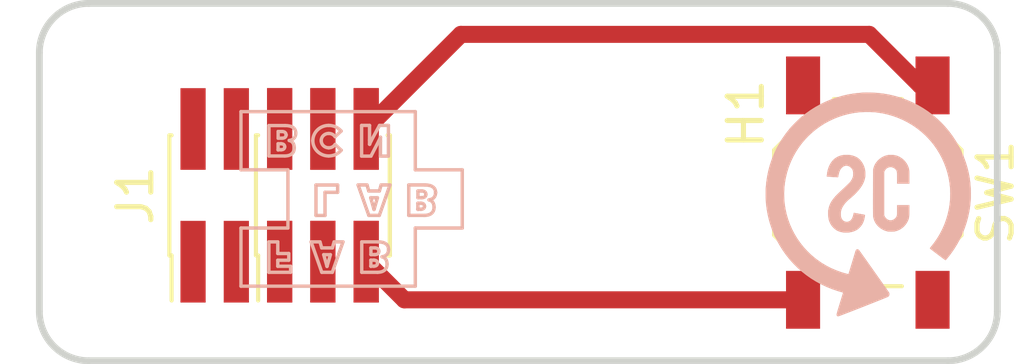
<source format=kicad_pcb>
(kicad_pcb (version 20171130) (host pcbnew "(5.1.10-1-10_14)")

  (general
    (thickness 1.6)
    (drawings 12)
    (tracks 6)
    (zones 0)
    (modules 6)
    (nets 3)
  )

  (page A4)
  (layers
    (0 F.Cu signal)
    (31 B.Cu signal)
    (32 B.Adhes user)
    (33 F.Adhes user)
    (34 B.Paste user)
    (35 F.Paste user hide)
    (36 B.SilkS user)
    (37 F.SilkS user)
    (38 B.Mask user)
    (39 F.Mask user hide)
    (40 Dwgs.User user)
    (41 Cmts.User user hide)
    (42 Eco1.User user)
    (43 Eco2.User user)
    (44 Edge.Cuts user)
    (45 Margin user)
    (46 B.CrtYd user hide)
    (47 F.CrtYd user hide)
    (48 B.Fab user hide)
    (49 F.Fab user hide)
  )

  (setup
    (last_trace_width 0.5)
    (trace_clearance 0.4)
    (zone_clearance 0.508)
    (zone_45_only no)
    (trace_min 0.2)
    (via_size 0.8)
    (via_drill 0.4)
    (via_min_size 0.4)
    (via_min_drill 0.3)
    (uvia_size 0.3)
    (uvia_drill 0.1)
    (uvias_allowed no)
    (uvia_min_size 0.2)
    (uvia_min_drill 0.1)
    (edge_width 0.05)
    (segment_width 0.2)
    (pcb_text_width 0.3)
    (pcb_text_size 1.5 1.5)
    (mod_edge_width 0.12)
    (mod_text_size 1 1)
    (mod_text_width 0.15)
    (pad_size 3.2 3.2)
    (pad_drill 3.2)
    (pad_to_mask_clearance 0.051)
    (solder_mask_min_width 0.25)
    (aux_axis_origin 0 0)
    (visible_elements FFFFFF7F)
    (pcbplotparams
      (layerselection 0x010fc_ffffffff)
      (usegerberextensions false)
      (usegerberattributes false)
      (usegerberadvancedattributes false)
      (creategerberjobfile false)
      (excludeedgelayer true)
      (linewidth 0.150000)
      (plotframeref false)
      (viasonmask false)
      (mode 1)
      (useauxorigin false)
      (hpglpennumber 1)
      (hpglpenspeed 20)
      (hpglpendiameter 15.000000)
      (psnegative false)
      (psa4output false)
      (plotreference true)
      (plotvalue true)
      (plotinvisibletext false)
      (padsonsilk false)
      (subtractmaskfromsilk false)
      (outputformat 1)
      (mirror false)
      (drillshape 0)
      (scaleselection 1)
      (outputdirectory "exports"))
  )

  (net 0 "")
  (net 1 "Net-(J1-Pad10)")
  (net 2 "Net-(J1-Pad9)")

  (net_class Default "This is the default net class."
    (clearance 0.4)
    (trace_width 0.5)
    (via_dia 0.8)
    (via_drill 0.4)
    (uvia_dia 0.3)
    (uvia_drill 0.1)
    (add_net "Net-(J1-Pad1)")
    (add_net "Net-(J1-Pad10)")
    (add_net "Net-(J1-Pad2)")
    (add_net "Net-(J1-Pad3)")
    (add_net "Net-(J1-Pad4)")
    (add_net "Net-(J1-Pad5)")
    (add_net "Net-(J1-Pad6)")
    (add_net "Net-(J1-Pad7)")
    (add_net "Net-(J1-Pad8)")
    (add_net "Net-(J1-Pad9)")
    (add_net "Net-(J2-Pad1)")
    (add_net "Net-(J2-Pad2)")
    (add_net "Net-(J2-Pad3)")
    (add_net "Net-(J2-Pad4)")
  )

  (module logos:smartcitizen (layer B.Cu) (tedit 0) (tstamp 61B8879C)
    (at 164.52 107.1)
    (path /61B891A1)
    (fp_text reference U2 (at 0 0) (layer B.SilkS) hide
      (effects (font (size 1.524 1.524) (thickness 0.3)) (justify mirror))
    )
    (fp_text value sc (at 0.75 0) (layer B.SilkS) hide
      (effects (font (size 1.524 1.524) (thickness 0.3)) (justify mirror))
    )
    (fp_poly (pts (xy -1.043464 3.260296) (xy -1.042292 3.260179) (xy -1.03467 3.258031) (xy -1.018255 3.252363)
      (xy -0.993684 3.243427) (xy -0.961597 3.231473) (xy -0.922632 3.216754) (xy -0.877427 3.199519)
      (xy -0.826621 3.180021) (xy -0.770852 3.158511) (xy -0.710759 3.13524) (xy -0.64698 3.110459)
      (xy -0.580155 3.084419) (xy -0.51092 3.057372) (xy -0.439915 3.029569) (xy -0.367779 3.001261)
      (xy -0.295149 2.9727) (xy -0.222665 2.944136) (xy -0.150965 2.915822) (xy -0.080686 2.888007)
      (xy -0.012469 2.860944) (xy 0.053049 2.834884) (xy 0.115229 2.810077) (xy 0.173433 2.786776)
      (xy 0.227023 2.765231) (xy 0.275359 2.745694) (xy 0.317803 2.728416) (xy 0.353716 2.713647)
      (xy 0.382461 2.701641) (xy 0.403399 2.692647) (xy 0.415891 2.686917) (xy 0.419094 2.685129)
      (xy 0.436992 2.665485) (xy 0.448292 2.640472) (xy 0.452418 2.612905) (xy 0.448792 2.585598)
      (xy 0.4426 2.570405) (xy 0.438534 2.564129) (xy 0.429002 2.550142) (xy 0.414401 2.529008)
      (xy 0.395131 2.501293) (xy 0.371591 2.467562) (xy 0.34418 2.42838) (xy 0.313295 2.384312)
      (xy 0.279337 2.335924) (xy 0.242704 2.283781) (xy 0.203794 2.228448) (xy 0.163007 2.17049)
      (xy 0.12074 2.110472) (xy 0.077394 2.048959) (xy 0.033367 1.986517) (xy -0.010943 1.923711)
      (xy -0.055136 1.861107) (xy -0.098815 1.799268) (xy -0.141579 1.738761) (xy -0.183031 1.68015)
      (xy -0.222772 1.624002) (xy -0.260402 1.57088) (xy -0.295523 1.52135) (xy -0.327736 1.475978)
      (xy -0.356643 1.435329) (xy -0.381844 1.399967) (xy -0.402941 1.370458) (xy -0.419535 1.347368)
      (xy -0.431227 1.33126) (xy -0.437619 1.322702) (xy -0.438536 1.321588) (xy -0.456939 1.306435)
      (xy -0.477196 1.297251) (xy -0.489577 1.2954) (xy -0.503488 1.299866) (xy -0.517861 1.311627)
      (xy -0.530293 1.328234) (xy -0.537516 1.344265) (xy -0.540022 1.352406) (xy -0.545205 1.36942)
      (xy -0.552807 1.394451) (xy -0.562569 1.426647) (xy -0.574232 1.465151) (xy -0.587538 1.50911)
      (xy -0.602228 1.557671) (xy -0.618043 1.609977) (xy -0.634724 1.665176) (xy -0.643486 1.69418)
      (xy -0.660355 1.74996) (xy -0.676386 1.802848) (xy -0.691336 1.852046) (xy -0.704961 1.896756)
      (xy -0.717015 1.93618) (xy -0.727255 1.969518) (xy -0.735437 1.995975) (xy -0.741315 2.01475)
      (xy -0.744646 2.025046) (xy -0.74531 2.026813) (xy -0.751258 2.026903) (xy -0.765496 2.0243)
      (xy -0.786627 2.019382) (xy -0.813259 2.012531) (xy -0.843996 2.004128) (xy -0.877443 1.994553)
      (xy -0.912206 1.984187) (xy -0.94689 1.97341) (xy -0.9779 1.963337) (xy -1.126235 1.908794)
      (xy -1.269201 1.845654) (xy -1.407087 1.773762) (xy -1.540178 1.692962) (xy -1.668763 1.603096)
      (xy -1.734659 1.552158) (xy -1.852291 1.451687) (xy -1.962946 1.344063) (xy -2.06632 1.229759)
      (xy -2.162107 1.109247) (xy -2.250004 0.982998) (xy -2.329705 0.851485) (xy -2.400906 0.715179)
      (xy -2.463303 0.574553) (xy -2.516589 0.430078) (xy -2.560462 0.282226) (xy -2.564465 0.2667)
      (xy -2.598174 0.113772) (xy -2.621792 -0.039886) (xy -2.635336 -0.193958) (xy -2.63882 -0.348126)
      (xy -2.63226 -0.502072) (xy -2.615672 -0.65548) (xy -2.589071 -0.808033) (xy -2.552473 -0.959414)
      (xy -2.505893 -1.109304) (xy -2.495796 -1.13792) (xy -2.438557 -1.282315) (xy -2.372697 -1.421654)
      (xy -2.298564 -1.555657) (xy -2.216506 -1.68404) (xy -2.126872 -1.806521) (xy -2.030009 -1.922819)
      (xy -1.926266 -2.032652) (xy -1.815991 -2.135736) (xy -1.699531 -2.231791) (xy -1.577236 -2.320534)
      (xy -1.449453 -2.401683) (xy -1.31653 -2.474955) (xy -1.178815 -2.54007) (xy -1.036657 -2.596744)
      (xy -0.890403 -2.644696) (xy -0.740402 -2.683643) (xy -0.587002 -2.713304) (xy -0.54356 -2.719896)
      (xy -0.403659 -2.735516) (xy -0.260651 -2.74312) (xy -0.117097 -2.742686) (xy 0.024443 -2.734196)
      (xy 0.10922 -2.724985) (xy 0.263491 -2.700112) (xy 0.416114 -2.665375) (xy 0.566421 -2.621018)
      (xy 0.713746 -2.56729) (xy 0.857424 -2.504436) (xy 0.996789 -2.432705) (xy 1.131174 -2.352342)
      (xy 1.152753 -2.338315) (xy 1.275675 -2.251818) (xy 1.393516 -2.157517) (xy 1.505308 -2.056315)
      (xy 1.610082 -1.949118) (xy 1.706869 -1.836831) (xy 1.753327 -1.777254) (xy 1.843629 -1.649076)
      (xy 1.925056 -1.516502) (xy 1.997493 -1.379959) (xy 2.060823 -1.239877) (xy 2.11493 -1.096683)
      (xy 2.1597 -0.950804) (xy 2.195017 -0.802668) (xy 2.220765 -0.652704) (xy 2.236828 -0.501339)
      (xy 2.243091 -0.349002) (xy 2.239438 -0.196119) (xy 2.225753 -0.043119) (xy 2.224551 -0.033471)
      (xy 2.199956 0.120478) (xy 2.165585 0.272185) (xy 2.121657 0.421149) (xy 2.068389 0.566872)
      (xy 2.006 0.708854) (xy 1.934709 0.846597) (xy 1.854734 0.979599) (xy 1.766293 1.107363)
      (xy 1.674772 1.223265) (xy 1.660073 1.241592) (xy 1.649507 1.256488) (xy 1.64407 1.266453)
      (xy 1.643888 1.269729) (xy 1.651795 1.276436) (xy 1.666487 1.288174) (xy 1.687075 1.304275)
      (xy 1.712673 1.324068) (xy 1.742392 1.346883) (xy 1.775344 1.37205) (xy 1.810643 1.3989)
      (xy 1.8474 1.426761) (xy 1.884728 1.454965) (xy 1.921738 1.482841) (xy 1.957543 1.509719)
      (xy 1.991256 1.53493) (xy 2.021989 1.557803) (xy 2.048854 1.577668) (xy 2.070963 1.593856)
      (xy 2.087428 1.605697) (xy 2.097363 1.612519) (xy 2.099981 1.613947) (xy 2.106051 1.609043)
      (xy 2.117335 1.597183) (xy 2.132896 1.579496) (xy 2.151794 1.557113) (xy 2.173092 1.531162)
      (xy 2.195851 1.502773) (xy 2.219132 1.473075) (xy 2.241997 1.443197) (xy 2.243371 1.441376)
      (xy 2.343576 1.300094) (xy 2.435173 1.153664) (xy 2.517982 1.00252) (xy 2.59182 0.847095)
      (xy 2.656507 0.687823) (xy 2.711861 0.525138) (xy 2.757701 0.359473) (xy 2.793844 0.191261)
      (xy 2.811681 0.083313) (xy 2.822257 0.004411) (xy 2.830251 -0.070941) (xy 2.835877 -0.145844)
      (xy 2.83935 -0.223399) (xy 2.840884 -0.306707) (xy 2.841004 -0.34036) (xy 2.837251 -0.498393)
      (xy 2.8258 -0.651238) (xy 2.806365 -0.800659) (xy 2.778659 -0.948416) (xy 2.742396 -1.096274)
      (xy 2.697288 -1.245995) (xy 2.690165 -1.26746) (xy 2.630049 -1.430905) (xy 2.561124 -1.589503)
      (xy 2.483653 -1.742974) (xy 2.397899 -1.891042) (xy 2.304127 -2.033429) (xy 2.2026 -2.169856)
      (xy 2.093582 -2.300047) (xy 1.977338 -2.423724) (xy 1.85413 -2.540609) (xy 1.724223 -2.650424)
      (xy 1.587881 -2.752892) (xy 1.445367 -2.847735) (xy 1.296946 -2.934675) (xy 1.142881 -3.013435)
      (xy 0.983436 -3.083736) (xy 0.9525 -3.096137) (xy 0.791613 -3.154625) (xy 0.629556 -3.203501)
      (xy 0.465363 -3.24299) (xy 0.298066 -3.273314) (xy 0.126699 -3.294697) (xy 0.07366 -3.299459)
      (xy 0.047884 -3.301118) (xy 0.014476 -3.302584) (xy -0.024867 -3.303839) (xy -0.068444 -3.304866)
      (xy -0.114556 -3.30565) (xy -0.161503 -3.306173) (xy -0.207587 -3.306419) (xy -0.251107 -3.306371)
      (xy -0.290364 -3.306013) (xy -0.323658 -3.305327) (xy -0.349291 -3.304297) (xy -0.35814 -3.303695)
      (xy -0.453635 -3.295037) (xy -0.541103 -3.285384) (xy -0.622658 -3.2744) (xy -0.700413 -3.261749)
      (xy -0.776479 -3.247098) (xy -0.852971 -3.23011) (xy -0.90932 -3.216287) (xy -1.079763 -3.167791)
      (xy -1.246203 -3.109981) (xy -1.408426 -3.042967) (xy -1.566218 -2.966859) (xy -1.719362 -2.881768)
      (xy -1.867643 -2.787804) (xy -2.010847 -2.685078) (xy -2.12852 -2.590868) (xy -2.159006 -2.564291)
      (xy -2.194485 -2.531796) (xy -2.2335 -2.494843) (xy -2.274592 -2.454894) (xy -2.316304 -2.413407)
      (xy -2.357176 -2.371845) (xy -2.395752 -2.331669) (xy -2.430572 -2.294338) (xy -2.460179 -2.261314)
      (xy -2.475962 -2.24282) (xy -2.586305 -2.102332) (xy -2.687392 -1.957742) (xy -2.779176 -1.809168)
      (xy -2.861609 -1.656728) (xy -2.934643 -1.50054) (xy -2.998231 -1.34072) (xy -3.052325 -1.177387)
      (xy -3.096877 -1.010659) (xy -3.131839 -0.840653) (xy -3.157165 -0.667487) (xy -3.170238 -0.529754)
      (xy -3.172114 -0.49531) (xy -3.173394 -0.45314) (xy -3.174104 -0.405053) (xy -3.174272 -0.35286)
      (xy -3.173924 -0.298374) (xy -3.173086 -0.243404) (xy -3.171785 -0.189761) (xy -3.170048 -0.139256)
      (xy -3.167902 -0.093701) (xy -3.165372 -0.054905) (xy -3.162866 -0.02794) (xy -3.142871 0.121637)
      (xy -3.117361 0.264411) (xy -3.08586 0.402403) (xy -3.047893 0.537632) (xy -3.002986 0.672118)
      (xy -2.989573 0.70866) (xy -2.923973 0.869838) (xy -2.849801 1.025766) (xy -2.767332 1.176195)
      (xy -2.676838 1.320875) (xy -2.578591 1.459558) (xy -2.472866 1.591993) (xy -2.359934 1.717933)
      (xy -2.240069 1.837127) (xy -2.113545 1.949327) (xy -1.980633 2.054283) (xy -1.841607 2.151746)
      (xy -1.696741 2.241466) (xy -1.546306 2.323195) (xy -1.390576 2.396683) (xy -1.229825 2.461682)
      (xy -1.064324 2.517941) (xy -0.980812 2.542455) (xy -0.954262 2.550111) (xy -0.931599 2.557147)
      (xy -0.914442 2.56302) (xy -0.904405 2.567187) (xy -0.902469 2.568753) (xy -0.904059 2.574233)
      (xy -0.908382 2.58859) (xy -0.915185 2.610994) (xy -0.924214 2.640613) (xy -0.935214 2.676613)
      (xy -0.947931 2.718163) (xy -0.962111 2.76443) (xy -0.977499 2.814584) (xy -0.993841 2.86779)
      (xy -0.997719 2.88041) (xy -1.018045 2.946625) (xy -1.035514 3.003851) (xy -1.050283 3.052801)
      (xy -1.062511 3.094188) (xy -1.072353 3.128726) (xy -1.079967 3.157128) (xy -1.085511 3.180108)
      (xy -1.089142 3.198378) (xy -1.091018 3.212653) (xy -1.091295 3.223645) (xy -1.090131 3.232068)
      (xy -1.087683 3.238635) (xy -1.084109 3.244059) (xy -1.079566 3.249054) (xy -1.079122 3.249501)
      (xy -1.069296 3.25764) (xy -1.058925 3.260799) (xy -1.043464 3.260296)) (layer B.SilkS) (width 0.01))
    (fp_poly (pts (xy -0.738043 0.798215) (xy -0.669289 0.787007) (xy -0.603769 0.768715) (xy -0.567807 0.754792)
      (xy -0.529241 0.736878) (xy -0.497252 0.718803) (xy -0.468471 0.698322) (xy -0.439532 0.67319)
      (xy -0.426207 0.6604) (xy -0.380123 0.609356) (xy -0.342834 0.554864) (xy -0.313359 0.495275)
      (xy -0.292645 0.435729) (xy -0.287215 0.415187) (xy -0.281662 0.391118) (xy -0.276354 0.365557)
      (xy -0.271662 0.340541) (xy -0.267955 0.318105) (xy -0.265601 0.300284) (xy -0.264971 0.289115)
      (xy -0.265562 0.286466) (xy -0.271075 0.284891) (xy -0.285126 0.281853) (xy -0.306239 0.27762)
      (xy -0.33294 0.272462) (xy -0.363755 0.266646) (xy -0.397208 0.260442) (xy -0.431827 0.254119)
      (xy -0.466135 0.247944) (xy -0.49866 0.242187) (xy -0.527926 0.237117) (xy -0.552459 0.233002)
      (xy -0.570785 0.230111) (xy -0.581428 0.228713) (xy -0.58293 0.228625) (xy -0.591884 0.231207)
      (xy -0.59436 0.240626) (xy -0.59436 0.240649) (xy -0.596217 0.257254) (xy -0.601227 0.280403)
      (xy -0.608553 0.307295) (xy -0.617357 0.335131) (xy -0.6268 0.361112) (xy -0.636045 0.382437)
      (xy -0.637904 0.386101) (xy -0.663056 0.425419) (xy -0.692313 0.455443) (xy -0.725685 0.476179)
      (xy -0.763181 0.487633) (xy -0.804812 0.48981) (xy -0.828654 0.487188) (xy -0.861538 0.479284)
      (xy -0.888234 0.466327) (xy -0.912182 0.446518) (xy -0.918078 0.440354) (xy -0.941251 0.410544)
      (xy -0.958201 0.377465) (xy -0.969417 0.339563) (xy -0.975386 0.295288) (xy -0.976712 0.254)
      (xy -0.973314 0.199411) (xy -0.963074 0.147389) (xy -0.945426 0.096436) (xy -0.919805 0.045056)
      (xy -0.885646 -0.008252) (xy -0.869443 -0.03048) (xy -0.845144 -0.061245) (xy -0.819127 -0.09087)
      (xy -0.789923 -0.120819) (xy -0.756063 -0.152554) (xy -0.716079 -0.187537) (xy -0.68834 -0.21086)
      (xy -0.652393 -0.240992) (xy -0.622421 -0.266823) (xy -0.596362 -0.290267) (xy -0.572156 -0.313242)
      (xy -0.547743 -0.337662) (xy -0.521062 -0.365444) (xy -0.513683 -0.373259) (xy -0.451826 -0.442601)
      (xy -0.399168 -0.509711) (xy -0.355225 -0.575437) (xy -0.319514 -0.640627) (xy -0.291552 -0.706128)
      (xy -0.270856 -0.772789) (xy -0.261288 -0.81598) (xy -0.257088 -0.84855) (xy -0.255052 -0.887985)
      (xy -0.255091 -0.931245) (xy -0.257116 -0.975287) (xy -0.261037 -1.01707) (xy -0.266764 -1.053553)
      (xy -0.268521 -1.06172) (xy -0.287626 -1.12735) (xy -0.313639 -1.189866) (xy -0.345741 -1.248048)
      (xy -0.383111 -1.300674) (xy -0.424932 -1.346526) (xy -0.470385 -1.384383) (xy -0.496428 -1.401233)
      (xy -0.558429 -1.431801) (xy -0.626146 -1.454873) (xy -0.698165 -1.470192) (xy -0.773077 -1.477506)
      (xy -0.849468 -1.476557) (xy -0.890991 -1.472501) (xy -0.964762 -1.458518) (xy -1.032684 -1.436241)
      (xy -1.094818 -1.40564) (xy -1.151228 -1.366686) (xy -1.198349 -1.323204) (xy -1.24697 -1.264668)
      (xy -1.288316 -1.199178) (xy -1.322286 -1.126976) (xy -1.348779 -1.048303) (xy -1.367695 -0.963399)
      (xy -1.376715 -0.897088) (xy -1.378732 -0.87571) (xy -1.380045 -0.858504) (xy -1.3805 -0.847701)
      (xy -1.380261 -0.845166) (xy -1.375084 -0.844498) (xy -1.36126 -0.843272) (xy -1.340279 -0.841595)
      (xy -1.31363 -0.839569) (xy -1.282806 -0.837302) (xy -1.249296 -0.834895) (xy -1.214591 -0.832456)
      (xy -1.180182 -0.830087) (xy -1.147559 -0.827894) (xy -1.118212 -0.825981) (xy -1.093634 -0.824453)
      (xy -1.075313 -0.823414) (xy -1.06474 -0.82297) (xy -1.063875 -0.822961) (xy -1.058947 -0.823946)
      (xy -1.05516 -0.828073) (xy -1.051856 -0.837099) (xy -1.04838 -0.852781) (xy -1.044388 -0.87503)
      (xy -1.035273 -0.918885) (xy -1.02336 -0.962245) (xy -1.00957 -1.002243) (xy -0.994825 -1.036013)
      (xy -0.989302 -1.046373) (xy -0.970886 -1.073178) (xy -0.946938 -1.100104) (xy -0.920488 -1.12413)
      (xy -0.89457 -1.142234) (xy -0.891271 -1.144063) (xy -0.853605 -1.158606) (xy -0.813324 -1.164027)
      (xy -0.772313 -1.160313) (xy -0.732457 -1.147452) (xy -0.727598 -1.145175) (xy -0.704906 -1.131234)
      (xy -0.68069 -1.111633) (xy -0.657812 -1.089114) (xy -0.639135 -1.066419) (xy -0.629977 -1.051669)
      (xy -0.618007 -1.020501) (xy -0.609687 -0.982718) (xy -0.605272 -0.94128) (xy -0.605018 -0.899149)
      (xy -0.609178 -0.859285) (xy -0.612148 -0.844588) (xy -0.62766 -0.796724) (xy -0.651493 -0.74751)
      (xy -0.682449 -0.699149) (xy -0.710044 -0.664276) (xy -0.717661 -0.656299) (xy -0.7319 -0.642209)
      (xy -0.751927 -0.6228) (xy -0.776913 -0.598864) (xy -0.806026 -0.571195) (xy -0.838434 -0.540587)
      (xy -0.873306 -0.507832) (xy -0.906989 -0.476353) (xy -0.944525 -0.441169) (xy -0.981245 -0.406391)
      (xy -1.01617 -0.372971) (xy -1.048317 -0.341865) (xy -1.076706 -0.314024) (xy -1.100356 -0.290405)
      (xy -1.118287 -0.271959) (xy -1.12776 -0.261675) (xy -1.176751 -0.203487) (xy -1.217801 -0.149028)
      (xy -1.2517 -0.096826) (xy -1.279237 -0.045412) (xy -1.3012 0.006685) (xy -1.318379 0.060937)
      (xy -1.331382 0.117873) (xy -1.335397 0.140224) (xy -1.338187 0.16007) (xy -1.339885 0.179875)
      (xy -1.340626 0.202101) (xy -1.340544 0.229212) (xy -1.339773 0.26367) (xy -1.339622 0.269069)
      (xy -1.337476 0.319098) (xy -1.333862 0.361404) (xy -1.328363 0.398372) (xy -1.320561 0.432384)
      (xy -1.310036 0.465825) (xy -1.300766 0.490314) (xy -1.271001 0.552134) (xy -1.23351 0.609131)
      (xy -1.189286 0.660201) (xy -1.139321 0.704243) (xy -1.084605 0.740155) (xy -1.068265 0.748755)
      (xy -1.009939 0.772642) (xy -0.945981 0.789554) (xy -0.878163 0.799467) (xy -0.808259 0.802361)
      (xy -0.738043 0.798215)) (layer B.SilkS) (width 0.01))
    (fp_poly (pts (xy 0.527669 0.773423) (xy 0.562492 0.771923) (xy 0.593173 0.769315) (xy 0.61687 0.765628)
      (xy 0.617394 0.765512) (xy 0.689322 0.744467) (xy 0.75614 0.714822) (xy 0.81736 0.676958)
      (xy 0.872497 0.631254) (xy 0.921063 0.57809) (xy 0.962572 0.517847) (xy 0.983099 0.48006)
      (xy 0.99544 0.454587) (xy 1.005566 0.431887) (xy 1.013709 0.410561) (xy 1.020104 0.389207)
      (xy 1.024984 0.366424) (xy 1.028583 0.340811) (xy 1.031136 0.310966) (xy 1.032875 0.275489)
      (xy 1.034034 0.232978) (xy 1.034848 0.182032) (xy 1.035011 0.16891) (xy 1.037049 0)
      (xy 0.68072 0) (xy 0.68072 0.14713) (xy 0.680675 0.190143) (xy 0.68049 0.224315)
      (xy 0.680085 0.250963) (xy 0.679379 0.271407) (xy 0.678293 0.286964) (xy 0.676748 0.298953)
      (xy 0.674664 0.308692) (xy 0.671961 0.317499) (xy 0.670129 0.322566) (xy 0.654523 0.352398)
      (xy 0.631294 0.381434) (xy 0.602832 0.407164) (xy 0.571528 0.427074) (xy 0.569872 0.427901)
      (xy 0.552235 0.436084) (xy 0.537672 0.441039) (xy 0.522383 0.443557) (xy 0.502568 0.444432)
      (xy 0.490326 0.4445) (xy 0.466238 0.44405) (xy 0.448439 0.442214) (xy 0.433081 0.438262)
      (xy 0.416314 0.431466) (xy 0.412635 0.429785) (xy 0.382626 0.411606) (xy 0.353892 0.386435)
      (xy 0.329172 0.357138) (xy 0.31121 0.326576) (xy 0.309102 0.321651) (xy 0.29718 0.2921)
      (xy 0.29718 -0.978114) (xy 0.313779 -1.011833) (xy 0.33574 -1.047025) (xy 0.363654 -1.076873)
      (xy 0.395666 -1.099694) (xy 0.424818 -1.112347) (xy 0.469483 -1.121146) (xy 0.513647 -1.120314)
      (xy 0.555998 -1.110224) (xy 0.595221 -1.091249) (xy 0.630003 -1.06376) (xy 0.642124 -1.050761)
      (xy 0.651877 -1.038944) (xy 0.659835 -1.027747) (xy 0.66618 -1.016011) (xy 0.671093 -1.002577)
      (xy 0.674758 -0.986288) (xy 0.677356 -0.965984) (xy 0.679068 -0.940507) (xy 0.680078 -0.908699)
      (xy 0.680565 -0.8694) (xy 0.680714 -0.821452) (xy 0.68072 -0.804989) (xy 0.68072 -0.635)
      (xy 1.03632 -0.635) (xy 1.03632 -0.817214) (xy 1.036192 -0.873153) (xy 1.035734 -0.920196)
      (xy 1.034833 -0.959605) (xy 1.033376 -0.992641) (xy 1.031251 -1.020566) (xy 1.028345 -1.044642)
      (xy 1.024546 -1.06613) (xy 1.01974 -1.086292) (xy 1.013814 -1.106391) (xy 1.009268 -1.12014)
      (xy 0.982943 -1.182043) (xy 0.947774 -1.240875) (xy 0.904889 -1.295505) (xy 0.855419 -1.344804)
      (xy 0.800491 -1.387644) (xy 0.741233 -1.422896) (xy 0.68072 -1.44876) (xy 0.63539 -1.461396)
      (xy 0.583992 -1.470522) (xy 0.530113 -1.475795) (xy 0.477336 -1.476872) (xy 0.429249 -1.473411)
      (xy 0.426492 -1.473038) (xy 0.356182 -1.458155) (xy 0.288903 -1.433702) (xy 0.225167 -1.399951)
      (xy 0.165484 -1.357174) (xy 0.110364 -1.305644) (xy 0.108216 -1.303355) (xy 0.067794 -1.254942)
      (xy 0.035233 -1.204047) (xy 0.009299 -1.148417) (xy -0.01124 -1.085802) (xy -0.011572 -1.08458)
      (xy -0.013157 -1.078641) (xy -0.014584 -1.072762) (xy -0.015862 -1.066401) (xy -0.017001 -1.059012)
      (xy -0.018011 -1.050052) (xy -0.018901 -1.038977) (xy -0.019682 -1.025243) (xy -0.020362 -1.008306)
      (xy -0.020952 -0.987622) (xy -0.021462 -0.962649) (xy -0.0219 -0.93284) (xy -0.022278 -0.897654)
      (xy -0.022604 -0.856545) (xy -0.022888 -0.80897) (xy -0.023141 -0.754385) (xy -0.023371 -0.692247)
      (xy -0.023589 -0.622011) (xy -0.023804 -0.543133) (xy -0.024026 -0.45507) (xy -0.024214 -0.37846)
      (xy -0.024446 -0.268053) (xy -0.02458 -0.167615) (xy -0.024614 -0.076955) (xy -0.024547 0.004117)
      (xy -0.024378 0.075792) (xy -0.024106 0.13826) (xy -0.02373 0.191713) (xy -0.02325 0.236341)
      (xy -0.022663 0.272334) (xy -0.021969 0.299883) (xy -0.021167 0.319179) (xy -0.020283 0.3302)
      (xy -0.006724 0.396802) (xy 0.016042 0.460358) (xy 0.047338 0.520169) (xy 0.086485 0.575537)
      (xy 0.132804 0.62576) (xy 0.185619 0.670141) (xy 0.244249 0.707978) (xy 0.308019 0.738573)
      (xy 0.376248 0.761225) (xy 0.40386 0.767743) (xy 0.4268 0.770974) (xy 0.456979 0.772978)
      (xy 0.491549 0.773784) (xy 0.527669 0.773423)) (layer B.SilkS) (width 0.01))
  )

  (module logos:fablab (layer B.Cu) (tedit 6065B197) (tstamp 61B8806E)
    (at 148.88 102.54)
    (path /61B88D91)
    (fp_text reference U1 (at 0 -0.5) (layer B.SilkS) hide
      (effects (font (size 1 1) (thickness 0.15)) (justify mirror))
    )
    (fp_text value fablab (at 0 0.5) (layer B.Fab)
      (effects (font (size 1 1) (thickness 0.15)) (justify mirror))
    )
    (fp_line (start 0.004763 2.381742) (end -0.172754 2.546427) (layer B.SilkS) (width 0.1))
    (fp_line (start 2.492141 4.242467) (end 2.492141 4.242467) (layer B.SilkS) (width 0.1))
    (fp_curve (pts (xy 2.374509 4.141945) (xy 2.447227 4.141945) (xy 2.492141 4.180443) (xy 2.492141 4.242467)) (layer B.SilkS) (width 0.1))
    (fp_line (start 2.259016 4.141945) (end 2.374509 4.141945) (layer B.SilkS) (width 0.1))
    (fp_line (start 2.259016 4.338711) (end 2.259016 4.141945) (layer B.SilkS) (width 0.1))
    (fp_line (start 2.374509 4.338711) (end 2.259016 4.338711) (layer B.SilkS) (width 0.1))
    (fp_curve (pts (xy 2.492141 4.242467) (xy 2.492141 4.304491) (xy 2.445088 4.338711) (xy 2.374509 4.338711)) (layer B.SilkS) (width 0.1))
    (fp_line (start 2.256877 4.678775) (end 2.256877 4.680913) (layer B.SilkS) (width 0.1))
    (fp_line (start 2.344566 4.678775) (end 2.256877 4.678775) (layer B.SilkS) (width 0.1))
    (fp_curve (pts (xy 2.451504 4.591085) (xy 2.451504 4.648832) (xy 2.408729 4.678775) (xy 2.344566 4.678775)) (layer B.SilkS) (width 0.1))
    (fp_curve (pts (xy 2.344566 4.501257) (xy 2.408729 4.501257) (xy 2.451504 4.5312) (xy 2.451504 4.591085)) (layer B.SilkS) (width 0.1))
    (fp_line (start 2.256877 4.501257) (end 2.344566 4.501257) (layer B.SilkS) (width 0.1))
    (fp_line (start 2.256877 4.680913) (end 2.256877 4.501257) (layer B.SilkS) (width 0.1))
    (fp_line (start 2.776596 4.188998) (end 2.776596 4.188998) (layer B.SilkS) (width 0.1))
    (fp_curve (pts (xy 2.584107 4.402874) (xy 2.708156 4.385764) (xy 2.776596 4.308769) (xy 2.776596 4.188998)) (layer B.SilkS) (width 0.1))
    (fp_curve (pts (xy 2.731682 4.618889) (xy 2.731682 4.518367) (xy 2.691045 4.428539) (xy 2.584107 4.402874)) (layer B.SilkS) (width 0.1))
    (fp_curve (pts (xy 2.451504 4.858431) (xy 2.641854 4.858431) (xy 2.731682 4.762186) (xy 2.731682 4.618889)) (layer B.SilkS) (width 0.1))
    (fp_line (start 1.989531 4.858431) (end 2.451504 4.858431) (layer B.SilkS) (width 0.1))
    (fp_line (start 1.989531 3.964428) (end 1.989531 4.858431) (layer B.SilkS) (width 0.1))
    (fp_line (start 2.462198 3.964428) (end 1.989531 3.964428) (layer B.SilkS) (width 0.1))
    (fp_curve (pts (xy 2.776596 4.188998) (xy 2.776596 4.035007) (xy 2.656825 3.964428) (xy 2.462198 3.964428)) (layer B.SilkS) (width 0.1))
    (fp_line (start -0.733113 3.966567) (end -0.733113 4.860569) (layer B.SilkS) (width 0.1))
    (fp_line (start -0.0979 3.966567) (end -0.733113 3.966567) (layer B.SilkS) (width 0.1))
    (fp_line (start -0.0979 4.180443) (end -0.0979 3.966567) (layer B.SilkS) (width 0.1))
    (fp_line (start -0.467906 4.180443) (end -0.0979 4.180443) (layer B.SilkS) (width 0.1))
    (fp_line (start -0.467906 4.860569) (end -0.467906 4.180443) (layer B.SilkS) (width 0.1))
    (fp_line (start -0.733113 4.860569) (end -0.467906 4.860569) (layer B.SilkS) (width 0.1))
    (fp_line (start -0.506404 6.013362) (end -0.309638 6.013362) (layer B.SilkS) (width 0.1))
    (fp_line (start -0.410159 6.355564) (end -0.506404 6.013362) (layer B.SilkS) (width 0.1))
    (fp_line (start -0.408021 6.355564) (end -0.410159 6.355564) (layer B.SilkS) (width 0.1))
    (fp_line (start -0.309638 6.013362) (end -0.408021 6.355564) (layer B.SilkS) (width 0.1))
    (fp_line (start -0.200561 5.63694) (end -0.251891 5.814457) (layer B.SilkS) (width 0.1))
    (fp_line (start 0.060367 5.63694) (end -0.200561 5.63694) (layer B.SilkS) (width 0.1))
    (fp_line (start -0.25403 6.530941) (end 0.060367 5.63694) (layer B.SilkS) (width 0.1))
    (fp_line (start -0.562012 6.530941) (end -0.25403 6.530941) (layer B.SilkS) (width 0.1))
    (fp_line (start -0.87641 5.63694) (end -0.562012 6.530941) (layer B.SilkS) (width 0.1))
    (fp_line (start -0.615481 5.63694) (end -0.87641 5.63694) (layer B.SilkS) (width 0.1))
    (fp_line (start -0.56415 5.814457) (end -0.615481 5.63694) (layer B.SilkS) (width 0.1))
    (fp_line (start -0.251891 5.814457) (end -0.56415 5.814457) (layer B.SilkS) (width 0.1))
    (fp_line (start 1.112639 5.914979) (end 1.112639 5.914979) (layer B.SilkS) (width 0.1))
    (fp_curve (pts (xy 0.995007 5.814457) (xy 1.067725 5.814457) (xy 1.112639 5.852955) (xy 1.112639 5.914979)) (layer B.SilkS) (width 0.1))
    (fp_line (start 0.879514 5.814457) (end 0.995007 5.814457) (layer B.SilkS) (width 0.1))
    (fp_line (start 0.879514 6.011223) (end 0.879514 5.814457) (layer B.SilkS) (width 0.1))
    (fp_line (start 0.995007 6.011223) (end 0.879514 6.011223) (layer B.SilkS) (width 0.1))
    (fp_curve (pts (xy 1.112639 5.914979) (xy 1.112639 5.977003) (xy 1.065586 6.011223) (xy 0.995007 6.011223)) (layer B.SilkS) (width 0.1))
    (fp_line (start 0.877375 6.351286) (end 0.877375 6.353425) (layer B.SilkS) (width 0.1))
    (fp_line (start 0.965064 6.351286) (end 0.877375 6.351286) (layer B.SilkS) (width 0.1))
    (fp_curve (pts (xy 1.072003 6.263597) (xy 1.072003 6.321344) (xy 1.029227 6.351286) (xy 0.965064 6.351286)) (layer B.SilkS) (width 0.1))
    (fp_curve (pts (xy 0.965064 6.173769) (xy 1.029227 6.173769) (xy 1.072003 6.203712) (xy 1.072003 6.263597)) (layer B.SilkS) (width 0.1))
    (fp_line (start 0.877375 6.173769) (end 0.965064 6.173769) (layer B.SilkS) (width 0.1))
    (fp_line (start 0.877375 6.353425) (end 0.877375 6.173769) (layer B.SilkS) (width 0.1))
    (fp_line (start 1.397094 5.86151) (end 1.397094 5.86151) (layer B.SilkS) (width 0.1))
    (fp_curve (pts (xy 1.204606 6.075386) (xy 1.328654 6.058276) (xy 1.397094 5.981281) (xy 1.397094 5.86151)) (layer B.SilkS) (width 0.1))
    (fp_curve (pts (xy 1.35218 6.291401) (xy 1.35218 6.190879) (xy 1.311544 6.101051) (xy 1.204606 6.075386)) (layer B.SilkS) (width 0.1))
    (fp_curve (pts (xy 1.072003 6.530941) (xy 1.262352 6.530941) (xy 1.35218 6.434697) (xy 1.35218 6.291401)) (layer B.SilkS) (width 0.1))
    (fp_line (start 0.61003 6.530941) (end 1.072003 6.530941) (layer B.SilkS) (width 0.1))
    (fp_line (start 0.61003 5.63694) (end 0.61003 6.530941) (layer B.SilkS) (width 0.1))
    (fp_line (start 1.082696 5.63694) (end 0.61003 5.63694) (layer B.SilkS) (width 0.1))
    (fp_curve (pts (xy 1.397094 5.86151) (xy 1.397094 5.707519) (xy 1.277324 5.63694) (xy 1.082696 5.63694)) (layer B.SilkS) (width 0.1))
    (fp_line (start -1.4774 6.353426) (end -1.853822 6.353426) (layer B.SilkS) (width 0.1))
    (fp_line (start -1.4774 6.530943) (end -1.4774 6.353426) (layer B.SilkS) (width 0.1))
    (fp_line (start -2.114752 6.530943) (end -1.4774 6.530943) (layer B.SilkS) (width 0.1))
    (fp_line (start -2.114752 5.63694) (end -2.114752 6.530943) (layer B.SilkS) (width 0.1))
    (fp_line (start -1.853822 5.63694) (end -2.114752 5.63694) (layer B.SilkS) (width 0.1))
    (fp_line (start -1.853822 5.979142) (end -1.853822 5.63694) (layer B.SilkS) (width 0.1))
    (fp_line (start -1.530869 5.979142) (end -1.853822 5.979142) (layer B.SilkS) (width 0.1))
    (fp_curve (pts (xy -0.825077 2.664059) (xy -0.825077 2.415962) (xy -0.615478 2.214919) (xy -0.358827 2.214919)) (layer B.SilkS) (width 0.1))
    (fp_curve (pts (xy -0.358827 3.113199) (xy -0.617617 3.113199) (xy -0.825077 2.912156) (xy -0.825077 2.664059)) (layer B.SilkS) (width 0.1))
    (fp_curve (pts (xy 0.006902 2.944237) (xy -0.078649 3.046898) (xy -0.211252 3.113199) (xy -0.358827 3.113199)) (layer B.SilkS) (width 0.1))
    (fp_line (start -1.610005 2.495098) (end -1.610005 2.495098) (layer B.SilkS) (width 0.1))
    (fp_curve (pts (xy -1.727637 2.394577) (xy -1.654919 2.394577) (xy -1.610005 2.433074) (xy -1.610005 2.495098)) (layer B.SilkS) (width 0.1))
    (fp_line (start -1.84313 2.394577) (end -1.727637 2.394577) (layer B.SilkS) (width 0.1))
    (fp_line (start -1.84313 2.591343) (end -1.84313 2.394577) (layer B.SilkS) (width 0.1))
    (fp_line (start -1.727637 2.591343) (end -1.84313 2.591343) (layer B.SilkS) (width 0.1))
    (fp_curve (pts (xy -1.610005 2.495098) (xy -1.610005 2.557123) (xy -1.657058 2.591343) (xy -1.727637 2.591343)) (layer B.SilkS) (width 0.1))
    (fp_line (start -1.845269 2.931406) (end -1.845269 2.933545) (layer B.SilkS) (width 0.1))
    (fp_line (start -1.75758 2.931406) (end -1.845269 2.931406) (layer B.SilkS) (width 0.1))
    (fp_curve (pts (xy -1.650641 2.843717) (xy -1.650641 2.901463) (xy -1.693417 2.931406) (xy -1.75758 2.931406)) (layer B.SilkS) (width 0.1))
    (fp_curve (pts (xy -1.75758 2.753889) (xy -1.693417 2.753889) (xy -1.650641 2.783831) (xy -1.650641 2.843717)) (layer B.SilkS) (width 0.1))
    (fp_line (start -1.845269 2.753889) (end -1.75758 2.753889) (layer B.SilkS) (width 0.1))
    (fp_line (start -1.845269 2.933545) (end -1.845269 2.753889) (layer B.SilkS) (width 0.1))
    (fp_line (start -1.32555 2.443768) (end -1.32555 2.443768) (layer B.SilkS) (width 0.1))
    (fp_curve (pts (xy -1.518038 2.657644) (xy -1.396129 2.640534) (xy -1.32555 2.5614) (xy -1.32555 2.443768)) (layer B.SilkS) (width 0.1))
    (fp_curve (pts (xy -1.370464 2.873659) (xy -1.370464 2.773138) (xy -1.4111 2.68331) (xy -1.518038 2.657644)) (layer B.SilkS) (width 0.1))
    (fp_curve (pts (xy -1.650641 3.113201) (xy -1.460292 3.113201) (xy -1.370464 3.016956) (xy -1.370464 2.873659)) (layer B.SilkS) (width 0.1))
    (fp_line (start -2.112614 3.113201) (end -1.650641 3.113201) (layer B.SilkS) (width 0.1))
    (fp_line (start -2.112614 2.219198) (end -2.112614 3.113201) (layer B.SilkS) (width 0.1))
    (fp_line (start -1.639948 2.219198) (end -2.112614 2.219198) (layer B.SilkS) (width 0.1))
    (fp_curve (pts (xy -1.32555 2.443768) (xy -1.32555 2.289777) (xy -1.44532 2.219198) (xy -1.639948 2.219198)) (layer B.SilkS) (width 0.1))
    (fp_line (start 0.605752 2.214921) (end 0.605752 3.117478) (layer B.SilkS) (width 0.1))
    (fp_line (start 0.838878 2.214921) (end 0.605752 2.214921) (layer B.SilkS) (width 0.1))
    (fp_line (start 0.838878 2.649089) (end 0.838878 2.214921) (layer B.SilkS) (width 0.1))
    (fp_line (start 0.838878 2.76886) (end 0.838878 2.649089) (layer B.SilkS) (width 0.1))
    (fp_line (start 0.841016 2.76886) (end 0.838878 2.76886) (layer B.SilkS) (width 0.1))
    (fp_curve (pts (xy 0.890208 2.659783) (xy 0.873098 2.698281) (xy 0.85171 2.738917) (xy 0.841016 2.76886)) (layer B.SilkS) (width 0.1))
    (fp_line (start 1.131888 2.214921) (end 0.890208 2.659783) (layer B.SilkS) (width 0.1))
    (fp_line (start 1.392817 2.214921) (end 1.131888 2.214921) (layer B.SilkS) (width 0.1))
    (fp_line (start 1.392817 3.117478) (end 1.392817 2.214921) (layer B.SilkS) (width 0.1))
    (fp_line (start 1.159692 3.117478) (end 1.392817 3.117478) (layer B.SilkS) (width 0.1))
    (fp_line (start 1.159692 2.676893) (end 1.159692 3.117478) (layer B.SilkS) (width 0.1))
    (fp_line (start 1.159692 2.563539) (end 1.159692 2.676893) (layer B.SilkS) (width 0.1))
    (fp_line (start 1.157553 2.563539) (end 1.159692 2.563539) (layer B.SilkS) (width 0.1))
    (fp_curve (pts (xy 1.106223 2.681171) (xy 1.123333 2.646951) (xy 1.146859 2.59562) (xy 1.157553 2.563539)) (layer B.SilkS) (width 0.1))
    (fp_line (start 0.879514 3.117478) (end 1.106223 2.681171) (layer B.SilkS) (width 0.1))
    (fp_line (start 0.605752 3.117478) (end 0.879514 3.117478) (layer B.SilkS) (width 0.1))
    (fp_line (start 0.873098 4.34085) (end 1.069864 4.34085) (layer B.SilkS) (width 0.1))
    (fp_line (start 0.969342 4.683052) (end 0.873098 4.34085) (layer B.SilkS) (width 0.1))
    (fp_line (start 0.971481 4.683052) (end 0.969342 4.683052) (layer B.SilkS) (width 0.1))
    (fp_line (start 1.069864 4.34085) (end 0.971481 4.683052) (layer B.SilkS) (width 0.1))
    (fp_line (start 1.178941 3.964428) (end 1.12761 4.141945) (layer B.SilkS) (width 0.1))
    (fp_line (start 1.43987 3.964428) (end 1.178941 3.964428) (layer B.SilkS) (width 0.1))
    (fp_line (start 1.125472 4.858431) (end 1.43987 3.964428) (layer B.SilkS) (width 0.1))
    (fp_line (start 0.81749 4.858431) (end 1.125472 4.858431) (layer B.SilkS) (width 0.1))
    (fp_line (start 0.503092 3.964428) (end 0.81749 4.858431) (layer B.SilkS) (width 0.1))
    (fp_line (start 0.764021 3.964428) (end 0.503092 3.964428) (layer B.SilkS) (width 0.1))
    (fp_line (start 0.815351 4.141945) (end 0.764021 3.964428) (layer B.SilkS) (width 0.1))
    (fp_line (start 1.12761 4.141945) (end 0.815351 4.141945) (layer B.SilkS) (width 0.1))
    (fp_line (start 2.182024 5.230575) (end 2.182024 6.939447) (layer B.SilkS) (width 0.1))
    (fp_line (start -1.556534 5.230575) (end -1.556534 3.519564) (layer B.SilkS) (width 0.1))
    (fp_line (start -2.933898 5.230575) (end -1.556534 5.230575) (layer B.SilkS) (width 0.1))
    (fp_line (start -2.933898 6.939447) (end -2.933898 5.230575) (layer B.SilkS) (width 0.1))
    (fp_line (start 2.182024 6.939447) (end -2.933898 6.939447) (layer B.SilkS) (width 0.1))
    (fp_line (start -1.530869 6.175908) (end -1.530869 5.979142) (layer B.SilkS) (width 0.1))
    (fp_line (start -1.853822 6.175908) (end -1.530869 6.175908) (layer B.SilkS) (width 0.1))
    (fp_line (start -1.853822 6.353426) (end -1.853822 6.175908) (layer B.SilkS) (width 0.1))
    (fp_line (start 3.559388 5.230575) (end 2.182024 5.230575) (layer B.SilkS) (width 0.1))
    (fp_line (start 3.559388 3.519564) (end 3.559388 5.230575) (layer B.SilkS) (width 0.1))
    (fp_line (start 2.182024 3.519564) (end 3.559388 3.519564) (layer B.SilkS) (width 0.1))
    (fp_line (start 2.182024 1.810692) (end 2.182024 3.519564) (layer B.SilkS) (width 0.1))
    (fp_line (start -2.933898 1.810692) (end 2.182024 1.810692) (layer B.SilkS) (width 0.1))
    (fp_line (start -2.933898 3.519564) (end -2.933898 1.810692) (layer B.SilkS) (width 0.1))
    (fp_line (start -1.556534 3.519564) (end -2.933898 3.519564) (layer B.SilkS) (width 0.1))
    (fp_curve (pts (xy -0.358827 2.450182) (xy -0.480736 2.450182) (xy -0.57912 2.544288) (xy -0.57912 2.66192)) (layer B.SilkS) (width 0.1))
    (fp_curve (pts (xy -0.358827 2.214919) (xy -0.211252 2.214919) (xy -0.080788 2.28122) (xy 0.004763 2.381742)) (layer B.SilkS) (width 0.1))
    (fp_curve (pts (xy -0.172754 2.546427) (xy -0.211252 2.48868) (xy -0.279692 2.450182) (xy -0.358827 2.450182)) (layer B.SilkS) (width 0.1))
    (fp_line (start -0.172754 2.775275) (end 0.006902 2.944237) (layer B.SilkS) (width 0.1))
    (fp_curve (pts (xy -0.358827 2.873658) (xy -0.279692 2.873658) (xy -0.211252 2.83516) (xy -0.172754 2.775275)) (layer B.SilkS) (width 0.1))
    (fp_curve (pts (xy -0.57912 2.66192) (xy -0.57912 2.779552) (xy -0.480736 2.873658) (xy -0.358827 2.873658)) (layer B.SilkS) (width 0.1))
  )

  (module Button_Switch_SMD:SW_SPST_TL3342 (layer F.Cu) (tedit 5A02FC95) (tstamp 61944EDB)
    (at 164.34 106.73 270)
    (descr "Low-profile SMD Tactile Switch, https://www.e-switch.com/system/asset/product_line/data_sheet/165/TL3342.pdf")
    (tags "SPST Tactile Switch")
    (path /617714D3)
    (attr smd)
    (fp_text reference SW1 (at 0 -3.75 90) (layer F.SilkS)
      (effects (font (size 1 1) (thickness 0.15)))
    )
    (fp_text value SW_SPST (at 0 3.75 90) (layer F.Fab)
      (effects (font (size 1 1) (thickness 0.15)))
    )
    (fp_line (start 3.2 2.1) (end 3.2 1.6) (layer F.Fab) (width 0.1))
    (fp_line (start 3.2 -2.1) (end 3.2 -1.6) (layer F.Fab) (width 0.1))
    (fp_line (start -3.2 2.1) (end -3.2 1.6) (layer F.Fab) (width 0.1))
    (fp_line (start -3.2 -2.1) (end -3.2 -1.6) (layer F.Fab) (width 0.1))
    (fp_line (start 2.7 -2.1) (end 2.7 -1.6) (layer F.Fab) (width 0.1))
    (fp_line (start 1.7 -2.1) (end 3.2 -2.1) (layer F.Fab) (width 0.1))
    (fp_line (start 3.2 -1.6) (end 2.2 -1.6) (layer F.Fab) (width 0.1))
    (fp_line (start -2.7 -2.1) (end -2.7 -1.6) (layer F.Fab) (width 0.1))
    (fp_line (start -1.7 -2.1) (end -3.2 -2.1) (layer F.Fab) (width 0.1))
    (fp_line (start -3.2 -1.6) (end -2.2 -1.6) (layer F.Fab) (width 0.1))
    (fp_line (start -2.7 2.1) (end -2.7 1.6) (layer F.Fab) (width 0.1))
    (fp_line (start -3.2 1.6) (end -2.2 1.6) (layer F.Fab) (width 0.1))
    (fp_line (start -1.7 2.1) (end -3.2 2.1) (layer F.Fab) (width 0.1))
    (fp_line (start 1.7 2.1) (end 3.2 2.1) (layer F.Fab) (width 0.1))
    (fp_line (start 2.7 2.1) (end 2.7 1.6) (layer F.Fab) (width 0.1))
    (fp_line (start 3.2 1.6) (end 2.2 1.6) (layer F.Fab) (width 0.1))
    (fp_line (start -1.7 2.3) (end -1.25 2.75) (layer F.SilkS) (width 0.12))
    (fp_line (start 1.7 2.3) (end 1.25 2.75) (layer F.SilkS) (width 0.12))
    (fp_line (start 1.7 -2.3) (end 1.25 -2.75) (layer F.SilkS) (width 0.12))
    (fp_line (start -1.7 -2.3) (end -1.25 -2.75) (layer F.SilkS) (width 0.12))
    (fp_line (start -2 -1) (end -1 -2) (layer F.Fab) (width 0.1))
    (fp_line (start -1 -2) (end 1 -2) (layer F.Fab) (width 0.1))
    (fp_line (start 1 -2) (end 2 -1) (layer F.Fab) (width 0.1))
    (fp_line (start 2 -1) (end 2 1) (layer F.Fab) (width 0.1))
    (fp_line (start 2 1) (end 1 2) (layer F.Fab) (width 0.1))
    (fp_line (start 1 2) (end -1 2) (layer F.Fab) (width 0.1))
    (fp_line (start -1 2) (end -2 1) (layer F.Fab) (width 0.1))
    (fp_line (start -2 1) (end -2 -1) (layer F.Fab) (width 0.1))
    (fp_line (start 2.75 -1) (end 2.75 1) (layer F.SilkS) (width 0.12))
    (fp_line (start -1.25 2.75) (end 1.25 2.75) (layer F.SilkS) (width 0.12))
    (fp_line (start -2.75 -1) (end -2.75 1) (layer F.SilkS) (width 0.12))
    (fp_line (start -1.25 -2.75) (end 1.25 -2.75) (layer F.SilkS) (width 0.12))
    (fp_line (start -2.6 -1.2) (end -2.6 1.2) (layer F.Fab) (width 0.1))
    (fp_line (start -2.6 1.2) (end -1.2 2.6) (layer F.Fab) (width 0.1))
    (fp_line (start -1.2 2.6) (end 1.2 2.6) (layer F.Fab) (width 0.1))
    (fp_line (start 1.2 2.6) (end 2.6 1.2) (layer F.Fab) (width 0.1))
    (fp_line (start 2.6 1.2) (end 2.6 -1.2) (layer F.Fab) (width 0.1))
    (fp_line (start 2.6 -1.2) (end 1.2 -2.6) (layer F.Fab) (width 0.1))
    (fp_line (start 1.2 -2.6) (end -1.2 -2.6) (layer F.Fab) (width 0.1))
    (fp_line (start -1.2 -2.6) (end -2.6 -1.2) (layer F.Fab) (width 0.1))
    (fp_line (start -4.25 -3) (end 4.25 -3) (layer F.CrtYd) (width 0.05))
    (fp_line (start 4.25 -3) (end 4.25 3) (layer F.CrtYd) (width 0.05))
    (fp_line (start 4.25 3) (end -4.25 3) (layer F.CrtYd) (width 0.05))
    (fp_line (start -4.25 3) (end -4.25 -3) (layer F.CrtYd) (width 0.05))
    (fp_circle (center 0 0) (end 1 0) (layer F.Fab) (width 0.1))
    (fp_text user %R (at 0 -3.75 90) (layer F.Fab)
      (effects (font (size 1 1) (thickness 0.15)))
    )
    (pad 2 smd rect (at 3.15 1.9 270) (size 1.7 1) (layers F.Cu F.Paste F.Mask)
      (net 2 "Net-(J1-Pad9)"))
    (pad 2 smd rect (at -3.15 1.9 270) (size 1.7 1) (layers F.Cu F.Paste F.Mask)
      (net 2 "Net-(J1-Pad9)"))
    (pad 1 smd rect (at 3.15 -1.9 270) (size 1.7 1) (layers F.Cu F.Paste F.Mask)
      (net 1 "Net-(J1-Pad10)"))
    (pad 1 smd rect (at -3.15 -1.9 270) (size 1.7 1) (layers F.Cu F.Paste F.Mask)
      (net 1 "Net-(J1-Pad10)"))
    (model ${KISYS3DMOD}/Button_Switch_SMD.3dshapes/SW_SPST_TL3342.wrl
      (at (xyz 0 0 0))
      (scale (xyz 1 1 1))
      (rotate (xyz 0 0 0))
    )
  )

  (module Connector_PinHeader_1.27mm:PinHeader_2x03_P1.27mm_Vertical_SMD (layer F.Cu) (tedit 59FED6E3) (tstamp 61BB271A)
    (at 148.35 106.81 90)
    (descr "surface-mounted straight pin header, 2x03, 1.27mm pitch, double rows")
    (tags "Surface mounted pin header SMD 2x03 1.27mm double row")
    (path /6179755D)
    (attr smd)
    (fp_text reference J2 (at 0 -2.965 90) (layer F.SilkS) hide
      (effects (font (size 1 1) (thickness 0.15)))
    )
    (fp_text value Conn_02x03_Odd_Even (at 0 2.965 90) (layer F.Fab)
      (effects (font (size 1 1) (thickness 0.15)))
    )
    (fp_line (start 1.705 1.905) (end -1.705 1.905) (layer F.Fab) (width 0.1))
    (fp_line (start -1.27 -1.905) (end 1.705 -1.905) (layer F.Fab) (width 0.1))
    (fp_line (start -1.705 1.905) (end -1.705 -1.47) (layer F.Fab) (width 0.1))
    (fp_line (start -1.705 -1.47) (end -1.27 -1.905) (layer F.Fab) (width 0.1))
    (fp_line (start 1.705 -1.905) (end 1.705 1.905) (layer F.Fab) (width 0.1))
    (fp_line (start -1.705 -1.47) (end -2.75 -1.47) (layer F.Fab) (width 0.1))
    (fp_line (start -2.75 -1.47) (end -2.75 -1.07) (layer F.Fab) (width 0.1))
    (fp_line (start -2.75 -1.07) (end -1.705 -1.07) (layer F.Fab) (width 0.1))
    (fp_line (start 1.705 -1.47) (end 2.75 -1.47) (layer F.Fab) (width 0.1))
    (fp_line (start 2.75 -1.47) (end 2.75 -1.07) (layer F.Fab) (width 0.1))
    (fp_line (start 2.75 -1.07) (end 1.705 -1.07) (layer F.Fab) (width 0.1))
    (fp_line (start -1.705 -0.2) (end -2.75 -0.2) (layer F.Fab) (width 0.1))
    (fp_line (start -2.75 -0.2) (end -2.75 0.2) (layer F.Fab) (width 0.1))
    (fp_line (start -2.75 0.2) (end -1.705 0.2) (layer F.Fab) (width 0.1))
    (fp_line (start 1.705 -0.2) (end 2.75 -0.2) (layer F.Fab) (width 0.1))
    (fp_line (start 2.75 -0.2) (end 2.75 0.2) (layer F.Fab) (width 0.1))
    (fp_line (start 2.75 0.2) (end 1.705 0.2) (layer F.Fab) (width 0.1))
    (fp_line (start -1.705 1.07) (end -2.75 1.07) (layer F.Fab) (width 0.1))
    (fp_line (start -2.75 1.07) (end -2.75 1.47) (layer F.Fab) (width 0.1))
    (fp_line (start -2.75 1.47) (end -1.705 1.47) (layer F.Fab) (width 0.1))
    (fp_line (start 1.705 1.07) (end 2.75 1.07) (layer F.Fab) (width 0.1))
    (fp_line (start 2.75 1.07) (end 2.75 1.47) (layer F.Fab) (width 0.1))
    (fp_line (start 2.75 1.47) (end 1.705 1.47) (layer F.Fab) (width 0.1))
    (fp_line (start -1.765 -1.965) (end 1.765 -1.965) (layer F.SilkS) (width 0.12))
    (fp_line (start -1.765 1.965) (end 1.765 1.965) (layer F.SilkS) (width 0.12))
    (fp_line (start -3.09 -1.9) (end -1.765 -1.9) (layer F.SilkS) (width 0.12))
    (fp_line (start -1.765 -1.965) (end -1.765 -1.9) (layer F.SilkS) (width 0.12))
    (fp_line (start 1.765 -1.965) (end 1.765 -1.9) (layer F.SilkS) (width 0.12))
    (fp_line (start -1.765 1.9) (end -1.765 1.965) (layer F.SilkS) (width 0.12))
    (fp_line (start 1.765 1.9) (end 1.765 1.965) (layer F.SilkS) (width 0.12))
    (fp_line (start -4.3 -2.45) (end -4.3 2.45) (layer F.CrtYd) (width 0.05))
    (fp_line (start -4.3 2.45) (end 4.3 2.45) (layer F.CrtYd) (width 0.05))
    (fp_line (start 4.3 2.45) (end 4.3 -2.45) (layer F.CrtYd) (width 0.05))
    (fp_line (start 4.3 -2.45) (end -4.3 -2.45) (layer F.CrtYd) (width 0.05))
    (fp_text user %R (at 0 0) (layer F.Fab)
      (effects (font (size 1 1) (thickness 0.15)))
    )
    (pad 6 smd rect (at 1.95 1.27 90) (size 2.4 0.74) (layers F.Cu F.Paste F.Mask)
      (net 1 "Net-(J1-Pad10)"))
    (pad 5 smd rect (at -1.95 1.27 90) (size 2.4 0.74) (layers F.Cu F.Paste F.Mask)
      (net 2 "Net-(J1-Pad9)"))
    (pad 4 smd rect (at 1.95 0 90) (size 2.4 0.74) (layers F.Cu F.Paste F.Mask))
    (pad 3 smd rect (at -1.95 0 90) (size 2.4 0.74) (layers F.Cu F.Paste F.Mask))
    (pad 2 smd rect (at 1.95 -1.27 90) (size 2.4 0.74) (layers F.Cu F.Paste F.Mask))
    (pad 1 smd rect (at -1.95 -1.27 90) (size 2.4 0.74) (layers F.Cu F.Paste F.Mask))
    (model ${KISYS3DMOD}/Connector_PinHeader_1.27mm.3dshapes/PinHeader_2x03_P1.27mm_Vertical_SMD.wrl
      (at (xyz 0 0 0))
      (scale (xyz 1 1 1))
      (rotate (xyz 0 0 0))
    )
  )

  (module MountingHole:MountingHole_3.2mm_M3 (layer F.Cu) (tedit 60EC12D0) (tstamp 61B71E37)
    (at 158.38 106.74 270)
    (descr "Mounting Hole 3.2mm, no annular, M3")
    (tags "mounting hole 3.2mm no annular m3")
    (path /60EB20FA)
    (attr virtual)
    (fp_text reference H1 (at -2.32 -2.38 90) (layer F.SilkS)
      (effects (font (size 1 1) (thickness 0.15)))
    )
    (fp_text value MountingHole (at 0 4.2 90) (layer F.Fab)
      (effects (font (size 1 1) (thickness 0.15)))
    )
    (fp_circle (center 0 0) (end 3.2 0) (layer Cmts.User) (width 0.15))
    (fp_circle (center 0 0) (end 3.45 0) (layer F.CrtYd) (width 0.05))
    (fp_text user %R (at 0.3 0 90) (layer F.Fab)
      (effects (font (size 1 1) (thickness 0.15)))
    )
    (pad "" np_thru_hole circle (at 0 -0.14 270) (size 3.2 3.2) (drill 3.2) (layers *.Cu *.Mask))
  )

  (module Connector_PinHeader_1.27mm:PinHeader_2x05_P1.27mm_Vertical_SMD (layer F.Cu) (tedit 59FED6E3) (tstamp 61BB2676)
    (at 147.08 106.81 90)
    (descr "surface-mounted straight pin header, 2x05, 1.27mm pitch, double rows")
    (tags "Surface mounted pin header SMD 2x05 1.27mm double row")
    (path /5F91A4C2)
    (attr smd)
    (fp_text reference J1 (at 0 -4.235 90) (layer F.SilkS)
      (effects (font (size 1 1) (thickness 0.15)))
    )
    (fp_text value Conn_02x05_Odd_Even (at 0 4.235 90) (layer F.Fab)
      (effects (font (size 1 1) (thickness 0.15)))
    )
    (fp_line (start 1.705 3.175) (end -1.705 3.175) (layer F.Fab) (width 0.1))
    (fp_line (start -1.27 -3.175) (end 1.705 -3.175) (layer F.Fab) (width 0.1))
    (fp_line (start -1.705 3.175) (end -1.705 -2.74) (layer F.Fab) (width 0.1))
    (fp_line (start -1.705 -2.74) (end -1.27 -3.175) (layer F.Fab) (width 0.1))
    (fp_line (start 1.705 -3.175) (end 1.705 3.175) (layer F.Fab) (width 0.1))
    (fp_line (start -1.705 -2.74) (end -2.75 -2.74) (layer F.Fab) (width 0.1))
    (fp_line (start -2.75 -2.74) (end -2.75 -2.34) (layer F.Fab) (width 0.1))
    (fp_line (start -2.75 -2.34) (end -1.705 -2.34) (layer F.Fab) (width 0.1))
    (fp_line (start 1.705 -2.74) (end 2.75 -2.74) (layer F.Fab) (width 0.1))
    (fp_line (start 2.75 -2.74) (end 2.75 -2.34) (layer F.Fab) (width 0.1))
    (fp_line (start 2.75 -2.34) (end 1.705 -2.34) (layer F.Fab) (width 0.1))
    (fp_line (start -1.705 -1.47) (end -2.75 -1.47) (layer F.Fab) (width 0.1))
    (fp_line (start -2.75 -1.47) (end -2.75 -1.07) (layer F.Fab) (width 0.1))
    (fp_line (start -2.75 -1.07) (end -1.705 -1.07) (layer F.Fab) (width 0.1))
    (fp_line (start 1.705 -1.47) (end 2.75 -1.47) (layer F.Fab) (width 0.1))
    (fp_line (start 2.75 -1.47) (end 2.75 -1.07) (layer F.Fab) (width 0.1))
    (fp_line (start 2.75 -1.07) (end 1.705 -1.07) (layer F.Fab) (width 0.1))
    (fp_line (start -1.705 -0.2) (end -2.75 -0.2) (layer F.Fab) (width 0.1))
    (fp_line (start -2.75 -0.2) (end -2.75 0.2) (layer F.Fab) (width 0.1))
    (fp_line (start -2.75 0.2) (end -1.705 0.2) (layer F.Fab) (width 0.1))
    (fp_line (start 1.705 -0.2) (end 2.75 -0.2) (layer F.Fab) (width 0.1))
    (fp_line (start 2.75 -0.2) (end 2.75 0.2) (layer F.Fab) (width 0.1))
    (fp_line (start 2.75 0.2) (end 1.705 0.2) (layer F.Fab) (width 0.1))
    (fp_line (start -1.705 1.07) (end -2.75 1.07) (layer F.Fab) (width 0.1))
    (fp_line (start -2.75 1.07) (end -2.75 1.47) (layer F.Fab) (width 0.1))
    (fp_line (start -2.75 1.47) (end -1.705 1.47) (layer F.Fab) (width 0.1))
    (fp_line (start 1.705 1.07) (end 2.75 1.07) (layer F.Fab) (width 0.1))
    (fp_line (start 2.75 1.07) (end 2.75 1.47) (layer F.Fab) (width 0.1))
    (fp_line (start 2.75 1.47) (end 1.705 1.47) (layer F.Fab) (width 0.1))
    (fp_line (start -1.705 2.34) (end -2.75 2.34) (layer F.Fab) (width 0.1))
    (fp_line (start -2.75 2.34) (end -2.75 2.74) (layer F.Fab) (width 0.1))
    (fp_line (start -2.75 2.74) (end -1.705 2.74) (layer F.Fab) (width 0.1))
    (fp_line (start 1.705 2.34) (end 2.75 2.34) (layer F.Fab) (width 0.1))
    (fp_line (start 2.75 2.34) (end 2.75 2.74) (layer F.Fab) (width 0.1))
    (fp_line (start 2.75 2.74) (end 1.705 2.74) (layer F.Fab) (width 0.1))
    (fp_line (start -1.765 -3.235) (end 1.765 -3.235) (layer F.SilkS) (width 0.12))
    (fp_line (start -1.765 3.235) (end 1.765 3.235) (layer F.SilkS) (width 0.12))
    (fp_line (start -3.09 -3.17) (end -1.765 -3.17) (layer F.SilkS) (width 0.12))
    (fp_line (start -1.765 -3.235) (end -1.765 -3.17) (layer F.SilkS) (width 0.12))
    (fp_line (start 1.765 -3.235) (end 1.765 -3.17) (layer F.SilkS) (width 0.12))
    (fp_line (start -1.765 3.17) (end -1.765 3.235) (layer F.SilkS) (width 0.12))
    (fp_line (start 1.765 3.17) (end 1.765 3.235) (layer F.SilkS) (width 0.12))
    (fp_line (start -4.3 -3.7) (end -4.3 3.7) (layer F.CrtYd) (width 0.05))
    (fp_line (start -4.3 3.7) (end 4.3 3.7) (layer F.CrtYd) (width 0.05))
    (fp_line (start 4.3 3.7) (end 4.3 -3.7) (layer F.CrtYd) (width 0.05))
    (fp_line (start 4.3 -3.7) (end -4.3 -3.7) (layer F.CrtYd) (width 0.05))
    (fp_text user %R (at 0 0) (layer F.Fab)
      (effects (font (size 1 1) (thickness 0.15)))
    )
    (pad 10 smd rect (at 1.95 2.54 90) (size 2.4 0.74) (layers F.Cu F.Paste F.Mask)
      (net 1 "Net-(J1-Pad10)"))
    (pad 9 smd rect (at -1.95 2.54 90) (size 2.4 0.74) (layers F.Cu F.Paste F.Mask)
      (net 2 "Net-(J1-Pad9)"))
    (pad 8 smd rect (at 1.95 1.27 90) (size 2.4 0.74) (layers F.Cu F.Paste F.Mask))
    (pad 7 smd rect (at -1.95 1.27 90) (size 2.4 0.74) (layers F.Cu F.Paste F.Mask))
    (pad 6 smd rect (at 1.95 0 90) (size 2.4 0.74) (layers F.Cu F.Paste F.Mask))
    (pad 5 smd rect (at -1.95 0 90) (size 2.4 0.74) (layers F.Cu F.Paste F.Mask))
    (pad 4 smd rect (at 1.95 -1.27 90) (size 2.4 0.74) (layers F.Cu F.Paste F.Mask))
    (pad 3 smd rect (at -1.95 -1.27 90) (size 2.4 0.74) (layers F.Cu F.Paste F.Mask))
    (pad 2 smd rect (at 1.95 -2.54 90) (size 2.4 0.74) (layers F.Cu F.Paste F.Mask))
    (pad 1 smd rect (at -1.95 -2.54 90) (size 2.4 0.74) (layers F.Cu F.Paste F.Mask))
    (model ${KISYS3DMOD}/Connector_PinHeader_1.27mm.3dshapes/PinHeader_2x05_P1.27mm_Vertical_SMD.wrl
      (at (xyz 0 0 0))
      (scale (xyz 1 1 1))
      (rotate (xyz 0 0 0))
    )
  )

  (gr_line (start 140.03 102.62) (end 140.03 110.22) (layer Edge.Cuts) (width 0.2) (tstamp 61BB2EBD))
  (gr_line (start 168.14 102.62) (end 168.14 110.22) (layer Edge.Cuts) (width 0.2) (tstamp 61BB2EB8))
  (gr_arc (start 141.48 102.62) (end 141.48 101.17) (angle -90) (layer Edge.Cuts) (width 0.2) (tstamp 61BB2EAA))
  (gr_arc (start 141.48 110.22) (end 140.03 110.22) (angle -90) (layer Edge.Cuts) (width 0.2) (tstamp 61BB2EA3))
  (gr_arc (start 166.69 102.62) (end 168.14 102.62) (angle -90) (layer Edge.Cuts) (width 0.2) (tstamp 61BB2EA3))
  (gr_arc (start 166.69 110.22) (end 166.69 111.67) (angle -90) (layer Edge.Cuts) (width 0.2) (tstamp 61BB2E99))
  (gr_line (start 138.95 108.2) (end 138.95 105.2) (layer Dwgs.User) (width 0.15) (tstamp 61BB2635))
  (gr_line (start 154.95 108.2) (end 138.95 108.2) (layer Dwgs.User) (width 0.15))
  (gr_line (start 154.95 105.2) (end 154.95 108.2) (layer Dwgs.User) (width 0.15) (tstamp 61BB2638))
  (gr_line (start 138.95 105.2) (end 154.95 105.2) (layer Dwgs.User) (width 0.15) (tstamp 61BB2773))
  (gr_line (start 141.48 111.67) (end 166.69 111.67) (layer Edge.Cuts) (width 0.2) (tstamp 61B71CA0))
  (gr_line (start 141.48 101.17) (end 166.69 101.17) (layer Edge.Cuts) (width 0.2) (tstamp 61B71C9F))

  (segment (start 152.400001 102.079999) (end 149.62 104.86) (width 0.5) (layer F.Cu) (net 1))
  (segment (start 164.379999 102.079999) (end 152.400001 102.079999) (width 0.5) (layer F.Cu) (net 1))
  (segment (start 165.88 103.58) (end 164.379999 102.079999) (width 0.5) (layer F.Cu) (net 1))
  (segment (start 166.24 103.58) (end 165.88 103.58) (width 0.5) (layer F.Cu) (net 1))
  (segment (start 150.74 109.88) (end 162.44 109.88) (width 0.5) (layer F.Cu) (net 2))
  (segment (start 149.62 108.76) (end 150.74 109.88) (width 0.5) (layer F.Cu) (net 2))

)

</source>
